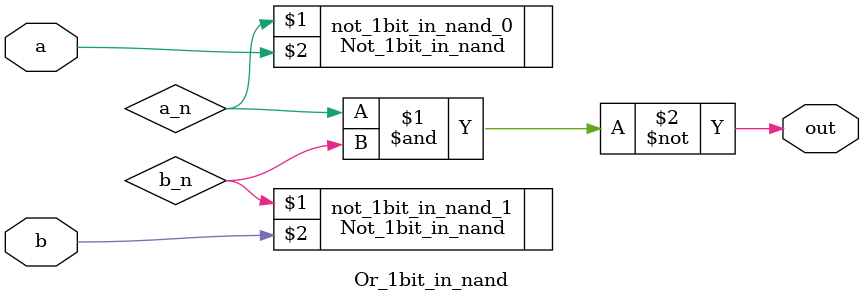
<source format=v>
`timescale 1ns/1ps

module Or_1bit_in_nand (out, a, b);
input a;
input b;
output out;

wire a_n;
wire b_n;

Not_1bit_in_nand not_1bit_in_nand_0 (a_n, a);
Not_1bit_in_nand not_1bit_in_nand_1 (b_n, b);
nand nand0 (out, a_n, b_n);

endmodule
</source>
